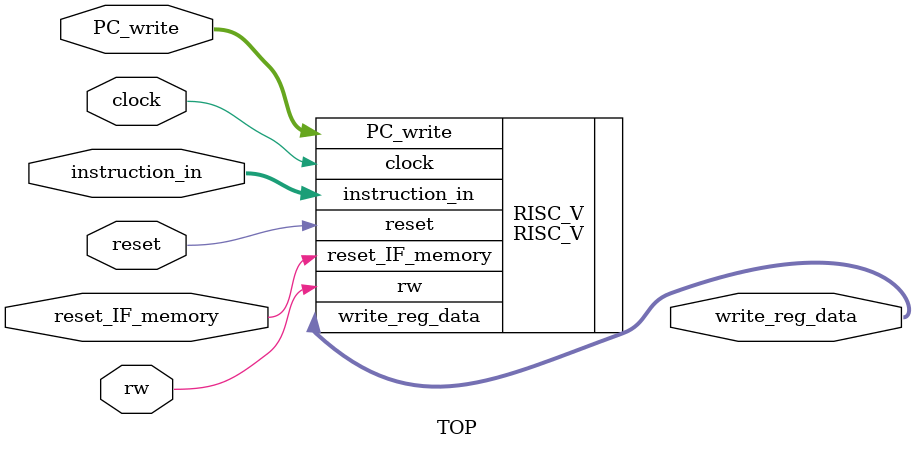
<source format=v>
`timescale 1ns / 1ps

module TOP #(parameter PC_SIZE=10, parameter DATA_MEM_SIZE=256, parameter ADDRESS_LINE=8)
(
    input wire clock,
    input wire reset,
    input wire reset_IF_memory,
    input wire rw,
    input wire [31:0] instruction_in,
    input wire [PC_SIZE-1:0] PC_write,
    output wire [7:0] write_reg_data
);

    RISC_V #(.PC_SIZE(PC_SIZE), 
    .DATA_MEM_SIZE(DATA_MEM_SIZE), .ADDRESS_LINE(ADDRESS_LINE)) 
        RISC_V(
            .clock(clock),
            .reset(reset),
            .rw(rw),
            .reset_IF_memory(reset_IF_memory),
            .instruction_in(instruction_in),
            .PC_write(PC_write),
            .write_reg_data(write_reg_data)
    );

endmodule
</source>
